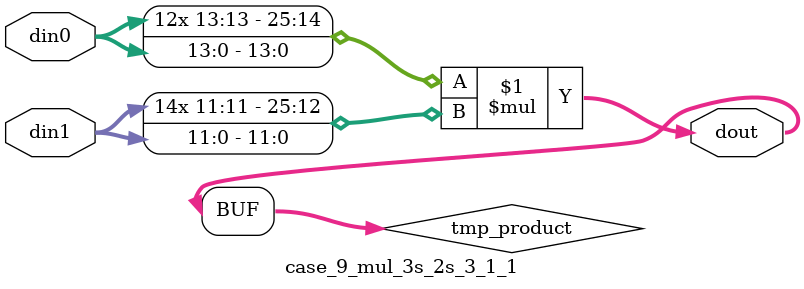
<source format=v>

`timescale 1 ns / 1 ps

 module case_9_mul_3s_2s_3_1_1(din0, din1, dout);
parameter ID = 1;
parameter NUM_STAGE = 0;
parameter din0_WIDTH = 14;
parameter din1_WIDTH = 12;
parameter dout_WIDTH = 26;

input [din0_WIDTH - 1 : 0] din0; 
input [din1_WIDTH - 1 : 0] din1; 
output [dout_WIDTH - 1 : 0] dout;

wire signed [dout_WIDTH - 1 : 0] tmp_product;



























assign tmp_product = $signed(din0) * $signed(din1);








assign dout = tmp_product;





















endmodule

</source>
